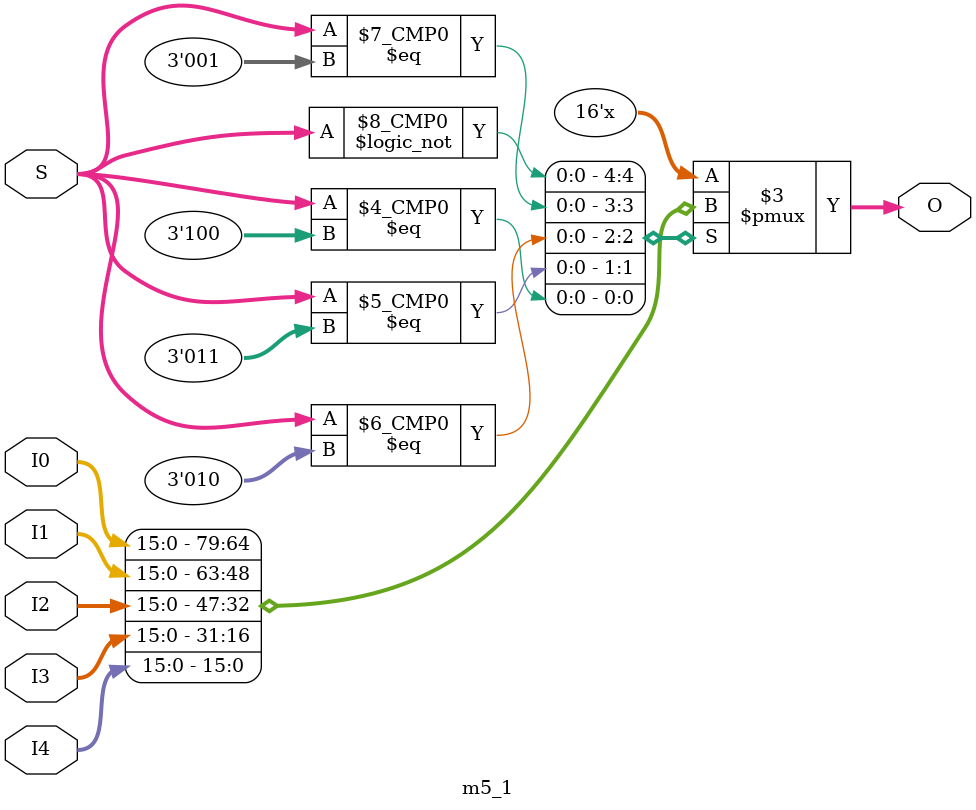
<source format=v>
`timescale 1ns / 1ps
module m5_1(
    input [15:0] I0,
    input [15:0] I1,
    input [15:0] I2,
    input [15:0] I3,
	 input [15:0] I4,
    input [2:0] S,
    output reg [15:0] O
    );
	
	always @ (*)
		begin
		
			case(S)
			
				0:
					O = I0;
				1:
					O = I1;
				2:
					O = I2;
				3:
					O = I3;
				4:
					O = I4;
				default:
					$display("ERROR! m5_1 SET VALUE OUT OF RANGE!");
				
			endcase
			
		end


endmodule

</source>
